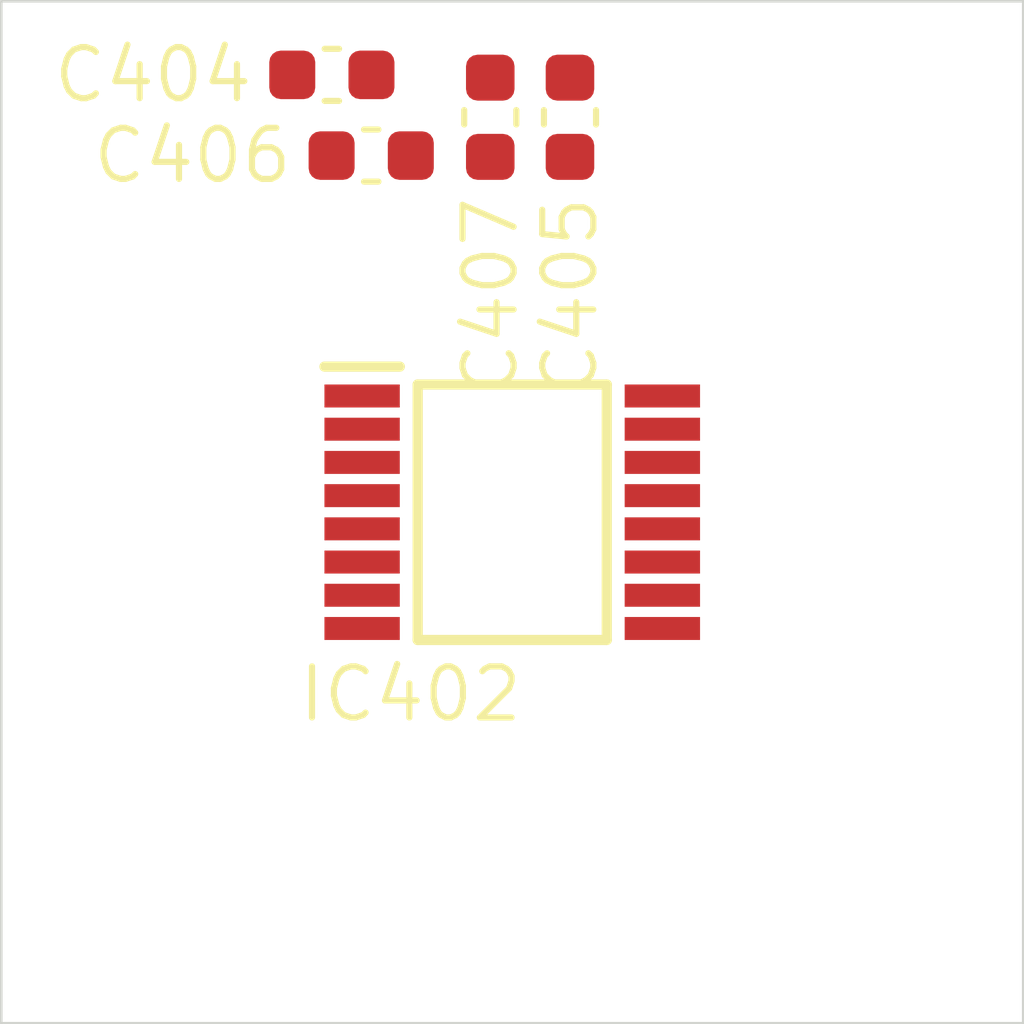
<source format=kicad_pcb>
(kicad_pcb (version 20171130) (host pcbnew 5.1.12-84ad8e8a86~92~ubuntu18.04.1)

  (general
    (thickness 1.6)
    (drawings 4)
    (tracks 0)
    (zones 0)
    (modules 5)
    (nets 17)
  )

  (page A4)
  (title_block
    (title "dual thermocouple datalogger")
    (date 2021-01-15)
    (rev v1.1a)
    (comment 3 "License: Proprietry")
    (comment 4 "Luke Vassallo")
  )

  (layers
    (0 F.Cu signal)
    (31 B.Cu signal)
    (32 B.Adhes user)
    (33 F.Adhes user)
    (34 B.Paste user)
    (35 F.Paste user)
    (36 B.SilkS user)
    (37 F.SilkS user)
    (38 B.Mask user)
    (39 F.Mask user)
    (40 Dwgs.User user)
    (41 Cmts.User user)
    (42 Eco1.User user)
    (43 Eco2.User user)
    (44 Edge.Cuts user)
    (45 Margin user)
    (46 B.CrtYd user)
    (47 F.CrtYd user)
    (48 B.Fab user hide)
    (49 F.Fab user hide)
  )

  (setup
    (last_trace_width 0.254)
    (user_trace_width 0.2)
    (user_trace_width 0.3)
    (user_trace_width 0.4)
    (user_trace_width 0.45)
    (user_trace_width 0.5)
    (user_trace_width 0.6)
    (user_trace_width 0.8)
    (user_trace_width 0.9)
    (user_trace_width 1)
    (trace_clearance 0.2)
    (zone_clearance 0)
    (zone_45_only no)
    (trace_min 0.2)
    (via_size 0.8)
    (via_drill 0.4)
    (via_min_size 0.4)
    (via_min_drill 0.3)
    (user_via 0.6 0.3)
    (user_via 6.5 3.5)
    (uvia_size 0.3)
    (uvia_drill 0.1)
    (uvias_allowed no)
    (uvia_min_size 0.2)
    (uvia_min_drill 0.1)
    (edge_width 0.05)
    (segment_width 0.2)
    (pcb_text_width 0.3)
    (pcb_text_size 1.5 1.5)
    (mod_edge_width 0.12)
    (mod_text_size 1 1)
    (mod_text_width 0.15)
    (pad_size 0.4 1.35)
    (pad_drill 0)
    (pad_to_mask_clearance 0)
    (aux_axis_origin 0 0)
    (visible_elements FFFFFF7F)
    (pcbplotparams
      (layerselection 0x010f0_ffffffff)
      (usegerberextensions false)
      (usegerberattributes true)
      (usegerberadvancedattributes true)
      (creategerberjobfile true)
      (excludeedgelayer true)
      (linewidth 0.100000)
      (plotframeref false)
      (viasonmask false)
      (mode 1)
      (useauxorigin false)
      (hpglpennumber 1)
      (hpglpenspeed 20)
      (hpglpendiameter 15.000000)
      (psnegative false)
      (psa4output false)
      (plotreference true)
      (plotvalue true)
      (plotinvisibletext false)
      (padsonsilk false)
      (subtractmaskfromsilk false)
      (outputformat 1)
      (mirror false)
      (drillshape 0)
      (scaleselection 1)
      (outputdirectory "fabrication-outputs/"))
  )

  (net 0 "")
  (net 1 3V3)
  (net 2 GND)
  (net 3 /serial/rs232_rx)
  (net 4 /serial/rs232_tx)
  (net 5 "Net-(C404-Pad2)")
  (net 6 "Net-(C405-Pad2)")
  (net 7 "Net-(C406-Pad1)")
  (net 8 "Net-(C406-Pad2)")
  (net 9 "Net-(C407-Pad2)")
  (net 10 "Net-(C407-Pad1)")
  (net 11 "Net-(IC402-Pad7)")
  (net 12 "Net-(IC402-Pad8)")
  (net 13 "Net-(IC402-Pad9)")
  (net 14 "Net-(IC402-Pad10)")
  (net 15 /processor/mcu_tx1)
  (net 16 /processor/mcu_rx1)

  (net_class Default "This is the default net class."
    (clearance 0.2)
    (trace_width 0.254)
    (via_dia 0.8)
    (via_drill 0.4)
    (uvia_dia 0.3)
    (uvia_drill 0.1)
    (add_net /processor/mcu_rx1)
    (add_net /processor/mcu_tx1)
    (add_net /serial/rs232_rx)
    (add_net /serial/rs232_tx)
    (add_net 3V3)
    (add_net GND)
    (add_net "Net-(C404-Pad2)")
    (add_net "Net-(C405-Pad2)")
    (add_net "Net-(C406-Pad1)")
    (add_net "Net-(C406-Pad2)")
    (add_net "Net-(C407-Pad1)")
    (add_net "Net-(C407-Pad2)")
    (add_net "Net-(IC402-Pad10)")
    (add_net "Net-(IC402-Pad7)")
    (add_net "Net-(IC402-Pad8)")
    (add_net "Net-(IC402-Pad9)")
  )

  (module MAX3232IPWR:SOP65P640X120-16N locked (layer F.Cu) (tedit 5FFF3E5E) (tstamp 60020D32)
    (at 160 70)
    (descr PW0016A)
    (tags "Integrated Circuit")
    (path /5FFF6FE5/5FFFA2F5)
    (attr smd)
    (fp_text reference IC402 (at -1.99 3.56) (layer F.SilkS)
      (effects (font (size 1 1) (thickness 0.12)))
    )
    (fp_text value MAX3232IPWR (at 0 0) (layer F.SilkS) hide
      (effects (font (size 1 1) (thickness 0.12)))
    )
    (fp_line (start -3.675 -2.85) (end -2.2 -2.85) (layer F.SilkS) (width 0.2))
    (fp_line (start -1.85 2.5) (end -1.85 -2.5) (layer F.SilkS) (width 0.2))
    (fp_line (start 1.85 2.5) (end -1.85 2.5) (layer F.SilkS) (width 0.2))
    (fp_line (start 1.85 -2.5) (end 1.85 2.5) (layer F.SilkS) (width 0.2))
    (fp_line (start -1.85 -2.5) (end 1.85 -2.5) (layer F.SilkS) (width 0.2))
    (fp_line (start -2.2 -1.85) (end -1.55 -2.5) (layer Dwgs.User) (width 0.1))
    (fp_line (start -2.2 2.5) (end -2.2 -2.5) (layer Dwgs.User) (width 0.1))
    (fp_line (start 2.2 2.5) (end -2.2 2.5) (layer Dwgs.User) (width 0.1))
    (fp_line (start 2.2 -2.5) (end 2.2 2.5) (layer Dwgs.User) (width 0.1))
    (fp_line (start -2.2 -2.5) (end 2.2 -2.5) (layer Dwgs.User) (width 0.1))
    (fp_line (start -3.925 2.8) (end -3.925 -2.8) (layer Dwgs.User) (width 0.05))
    (fp_line (start 3.925 2.8) (end -3.925 2.8) (layer Dwgs.User) (width 0.05))
    (fp_line (start 3.925 -2.8) (end 3.925 2.8) (layer Dwgs.User) (width 0.05))
    (fp_line (start -3.925 -2.8) (end 3.925 -2.8) (layer Dwgs.User) (width 0.05))
    (pad 1 smd rect (at -2.938 -2.275 90) (size 0.45 1.475) (layers F.Cu F.Paste F.Mask)
      (net 7 "Net-(C406-Pad1)"))
    (pad 2 smd rect (at -2.938 -1.625 90) (size 0.45 1.475) (layers F.Cu F.Paste F.Mask)
      (net 5 "Net-(C404-Pad2)"))
    (pad 3 smd rect (at -2.938 -0.975 90) (size 0.45 1.475) (layers F.Cu F.Paste F.Mask)
      (net 8 "Net-(C406-Pad2)"))
    (pad 4 smd rect (at -2.938 -0.325 90) (size 0.45 1.475) (layers F.Cu F.Paste F.Mask)
      (net 9 "Net-(C407-Pad2)"))
    (pad 5 smd rect (at -2.938 0.325 90) (size 0.45 1.475) (layers F.Cu F.Paste F.Mask)
      (net 10 "Net-(C407-Pad1)"))
    (pad 6 smd rect (at -2.938 0.975 90) (size 0.45 1.475) (layers F.Cu F.Paste F.Mask)
      (net 6 "Net-(C405-Pad2)"))
    (pad 7 smd rect (at -2.938 1.625 90) (size 0.45 1.475) (layers F.Cu F.Paste F.Mask)
      (net 11 "Net-(IC402-Pad7)"))
    (pad 8 smd rect (at -2.938 2.275 90) (size 0.45 1.475) (layers F.Cu F.Paste F.Mask)
      (net 12 "Net-(IC402-Pad8)"))
    (pad 9 smd rect (at 2.938 2.275 90) (size 0.45 1.475) (layers F.Cu F.Paste F.Mask)
      (net 13 "Net-(IC402-Pad9)"))
    (pad 10 smd rect (at 2.938 1.625 90) (size 0.45 1.475) (layers F.Cu F.Paste F.Mask)
      (net 14 "Net-(IC402-Pad10)"))
    (pad 11 smd rect (at 2.938 0.975 90) (size 0.45 1.475) (layers F.Cu F.Paste F.Mask)
      (net 15 /processor/mcu_tx1))
    (pad 12 smd rect (at 2.938 0.325 90) (size 0.45 1.475) (layers F.Cu F.Paste F.Mask)
      (net 16 /processor/mcu_rx1))
    (pad 13 smd rect (at 2.938 -0.325 90) (size 0.45 1.475) (layers F.Cu F.Paste F.Mask)
      (net 3 /serial/rs232_rx))
    (pad 14 smd rect (at 2.938 -0.975 90) (size 0.45 1.475) (layers F.Cu F.Paste F.Mask)
      (net 4 /serial/rs232_tx))
    (pad 15 smd rect (at 2.938 -1.625 90) (size 0.45 1.475) (layers F.Cu F.Paste F.Mask)
      (net 2 GND))
    (pad 16 smd rect (at 2.938 -2.275 90) (size 0.45 1.475) (layers F.Cu F.Paste F.Mask)
      (net 1 3V3))
    (model /home/luke/thermocouple-logger/hw/samacsys/LIB_MAX3232IPWR/MAX3232IPWR/3D/MAX3232IPWR.stp
      (at (xyz 0 0 0))
      (scale (xyz 1 1 1))
      (rotate (xyz 0 0 0))
    )
  )

  (module Capacitor_SMD:C_0603_1608Metric (layer F.Cu) (tedit 5F68FEEE) (tstamp 60020C31)
    (at 156.47 61.44)
    (descr "Capacitor SMD 0603 (1608 Metric), square (rectangular) end terminal, IPC_7351 nominal, (Body size source: IPC-SM-782 page 76, https://www.pcb-3d.com/wordpress/wp-content/uploads/ipc-sm-782a_amendment_1_and_2.pdf), generated with kicad-footprint-generator")
    (tags capacitor)
    (path /5FFF6FE5/6019B1C5)
    (attr smd)
    (fp_text reference C404 (at -3.5 0) (layer F.SilkS)
      (effects (font (size 1 1) (thickness 0.12)))
    )
    (fp_text value 0.1uF (at 0 1.43) (layer F.Fab)
      (effects (font (size 1 1) (thickness 0.15)))
    )
    (fp_line (start -0.8 0.4) (end -0.8 -0.4) (layer F.Fab) (width 0.1))
    (fp_line (start -0.8 -0.4) (end 0.8 -0.4) (layer F.Fab) (width 0.1))
    (fp_line (start 0.8 -0.4) (end 0.8 0.4) (layer F.Fab) (width 0.1))
    (fp_line (start 0.8 0.4) (end -0.8 0.4) (layer F.Fab) (width 0.1))
    (fp_line (start -0.14058 -0.51) (end 0.14058 -0.51) (layer F.SilkS) (width 0.12))
    (fp_line (start -0.14058 0.51) (end 0.14058 0.51) (layer F.SilkS) (width 0.12))
    (fp_line (start -1.48 0.73) (end -1.48 -0.73) (layer F.CrtYd) (width 0.05))
    (fp_line (start -1.48 -0.73) (end 1.48 -0.73) (layer F.CrtYd) (width 0.05))
    (fp_line (start 1.48 -0.73) (end 1.48 0.73) (layer F.CrtYd) (width 0.05))
    (fp_line (start 1.48 0.73) (end -1.48 0.73) (layer F.CrtYd) (width 0.05))
    (fp_text user %R (at 0 0) (layer F.Fab)
      (effects (font (size 0.4 0.4) (thickness 0.06)))
    )
    (pad 1 smd roundrect (at -0.775 0) (size 0.9 0.95) (layers F.Cu F.Paste F.Mask) (roundrect_rratio 0.25)
      (net 2 GND))
    (pad 2 smd roundrect (at 0.775 0) (size 0.9 0.95) (layers F.Cu F.Paste F.Mask) (roundrect_rratio 0.25)
      (net 5 "Net-(C404-Pad2)"))
    (model ${KISYS3DMOD}/Capacitor_SMD.3dshapes/C_0603_1608Metric.wrl
      (at (xyz 0 0 0))
      (scale (xyz 1 1 1))
      (rotate (xyz 0 0 0))
    )
  )

  (module Capacitor_SMD:C_0603_1608Metric (layer F.Cu) (tedit 5F68FEEE) (tstamp 600246A4)
    (at 159.57 62.27 270)
    (descr "Capacitor SMD 0603 (1608 Metric), square (rectangular) end terminal, IPC_7351 nominal, (Body size source: IPC-SM-782 page 76, https://www.pcb-3d.com/wordpress/wp-content/uploads/ipc-sm-782a_amendment_1_and_2.pdf), generated with kicad-footprint-generator")
    (tags capacitor)
    (path /5FFF6FE5/6017AF82)
    (attr smd)
    (fp_text reference C407 (at 3.5 0 90) (layer F.SilkS)
      (effects (font (size 1 1) (thickness 0.12)))
    )
    (fp_text value 0.1uF (at 0 1.43 90) (layer F.Fab)
      (effects (font (size 1 1) (thickness 0.15)))
    )
    (fp_line (start 1.48 0.73) (end -1.48 0.73) (layer F.CrtYd) (width 0.05))
    (fp_line (start 1.48 -0.73) (end 1.48 0.73) (layer F.CrtYd) (width 0.05))
    (fp_line (start -1.48 -0.73) (end 1.48 -0.73) (layer F.CrtYd) (width 0.05))
    (fp_line (start -1.48 0.73) (end -1.48 -0.73) (layer F.CrtYd) (width 0.05))
    (fp_line (start -0.14058 0.51) (end 0.14058 0.51) (layer F.SilkS) (width 0.12))
    (fp_line (start -0.14058 -0.51) (end 0.14058 -0.51) (layer F.SilkS) (width 0.12))
    (fp_line (start 0.8 0.4) (end -0.8 0.4) (layer F.Fab) (width 0.1))
    (fp_line (start 0.8 -0.4) (end 0.8 0.4) (layer F.Fab) (width 0.1))
    (fp_line (start -0.8 -0.4) (end 0.8 -0.4) (layer F.Fab) (width 0.1))
    (fp_line (start -0.8 0.4) (end -0.8 -0.4) (layer F.Fab) (width 0.1))
    (fp_text user %R (at 0 0 90) (layer F.Fab)
      (effects (font (size 0.4 0.4) (thickness 0.06)))
    )
    (pad 2 smd roundrect (at 0.775 0 270) (size 0.9 0.95) (layers F.Cu F.Paste F.Mask) (roundrect_rratio 0.25)
      (net 9 "Net-(C407-Pad2)"))
    (pad 1 smd roundrect (at -0.775 0 270) (size 0.9 0.95) (layers F.Cu F.Paste F.Mask) (roundrect_rratio 0.25)
      (net 10 "Net-(C407-Pad1)"))
    (model ${KISYS3DMOD}/Capacitor_SMD.3dshapes/C_0603_1608Metric.wrl
      (at (xyz 0 0 0))
      (scale (xyz 1 1 1))
      (rotate (xyz 0 0 0))
    )
  )

  (module Capacitor_SMD:C_0603_1608Metric (layer F.Cu) (tedit 5F68FEEE) (tstamp 60024674)
    (at 157.24 63.02)
    (descr "Capacitor SMD 0603 (1608 Metric), square (rectangular) end terminal, IPC_7351 nominal, (Body size source: IPC-SM-782 page 76, https://www.pcb-3d.com/wordpress/wp-content/uploads/ipc-sm-782a_amendment_1_and_2.pdf), generated with kicad-footprint-generator")
    (tags capacitor)
    (path /5FFF6FE5/60175D63)
    (attr smd)
    (fp_text reference C406 (at -3.5 0) (layer F.SilkS)
      (effects (font (size 1 1) (thickness 0.12)))
    )
    (fp_text value 0.1uF (at 0 1.43) (layer F.Fab)
      (effects (font (size 1 1) (thickness 0.15)))
    )
    (fp_line (start -0.8 0.4) (end -0.8 -0.4) (layer F.Fab) (width 0.1))
    (fp_line (start -0.8 -0.4) (end 0.8 -0.4) (layer F.Fab) (width 0.1))
    (fp_line (start 0.8 -0.4) (end 0.8 0.4) (layer F.Fab) (width 0.1))
    (fp_line (start 0.8 0.4) (end -0.8 0.4) (layer F.Fab) (width 0.1))
    (fp_line (start -0.14058 -0.51) (end 0.14058 -0.51) (layer F.SilkS) (width 0.12))
    (fp_line (start -0.14058 0.51) (end 0.14058 0.51) (layer F.SilkS) (width 0.12))
    (fp_line (start -1.48 0.73) (end -1.48 -0.73) (layer F.CrtYd) (width 0.05))
    (fp_line (start -1.48 -0.73) (end 1.48 -0.73) (layer F.CrtYd) (width 0.05))
    (fp_line (start 1.48 -0.73) (end 1.48 0.73) (layer F.CrtYd) (width 0.05))
    (fp_line (start 1.48 0.73) (end -1.48 0.73) (layer F.CrtYd) (width 0.05))
    (fp_text user %R (at 0 0) (layer F.Fab)
      (effects (font (size 0.4 0.4) (thickness 0.06)))
    )
    (pad 1 smd roundrect (at -0.775 0) (size 0.9 0.95) (layers F.Cu F.Paste F.Mask) (roundrect_rratio 0.25)
      (net 7 "Net-(C406-Pad1)"))
    (pad 2 smd roundrect (at 0.775 0) (size 0.9 0.95) (layers F.Cu F.Paste F.Mask) (roundrect_rratio 0.25)
      (net 8 "Net-(C406-Pad2)"))
    (model ${KISYS3DMOD}/Capacitor_SMD.3dshapes/C_0603_1608Metric.wrl
      (at (xyz 0 0 0))
      (scale (xyz 1 1 1))
      (rotate (xyz 0 0 0))
    )
  )

  (module Capacitor_SMD:C_0603_1608Metric (layer F.Cu) (tedit 5F68FEEE) (tstamp 600246D4)
    (at 161.13 62.27 90)
    (descr "Capacitor SMD 0603 (1608 Metric), square (rectangular) end terminal, IPC_7351 nominal, (Body size source: IPC-SM-782 page 76, https://www.pcb-3d.com/wordpress/wp-content/uploads/ipc-sm-782a_amendment_1_and_2.pdf), generated with kicad-footprint-generator")
    (tags capacitor)
    (path /5FFF6FE5/6019E7AF)
    (attr smd)
    (fp_text reference C405 (at -3.5 0 90) (layer F.SilkS)
      (effects (font (size 1 1) (thickness 0.12)))
    )
    (fp_text value 0.1uF (at 0 1.43 90) (layer F.Fab)
      (effects (font (size 1 1) (thickness 0.15)))
    )
    (fp_line (start -0.8 0.4) (end -0.8 -0.4) (layer F.Fab) (width 0.1))
    (fp_line (start -0.8 -0.4) (end 0.8 -0.4) (layer F.Fab) (width 0.1))
    (fp_line (start 0.8 -0.4) (end 0.8 0.4) (layer F.Fab) (width 0.1))
    (fp_line (start 0.8 0.4) (end -0.8 0.4) (layer F.Fab) (width 0.1))
    (fp_line (start -0.14058 -0.51) (end 0.14058 -0.51) (layer F.SilkS) (width 0.12))
    (fp_line (start -0.14058 0.51) (end 0.14058 0.51) (layer F.SilkS) (width 0.12))
    (fp_line (start -1.48 0.73) (end -1.48 -0.73) (layer F.CrtYd) (width 0.05))
    (fp_line (start -1.48 -0.73) (end 1.48 -0.73) (layer F.CrtYd) (width 0.05))
    (fp_line (start 1.48 -0.73) (end 1.48 0.73) (layer F.CrtYd) (width 0.05))
    (fp_line (start 1.48 0.73) (end -1.48 0.73) (layer F.CrtYd) (width 0.05))
    (fp_text user %R (at 0 0 90) (layer F.Fab)
      (effects (font (size 0.4 0.4) (thickness 0.06)))
    )
    (pad 1 smd roundrect (at -0.775 0 90) (size 0.9 0.95) (layers F.Cu F.Paste F.Mask) (roundrect_rratio 0.25)
      (net 2 GND))
    (pad 2 smd roundrect (at 0.775 0 90) (size 0.9 0.95) (layers F.Cu F.Paste F.Mask) (roundrect_rratio 0.25)
      (net 6 "Net-(C405-Pad2)"))
    (model ${KISYS3DMOD}/Capacitor_SMD.3dshapes/C_0603_1608Metric.wrl
      (at (xyz 0 0 0))
      (scale (xyz 1 1 1))
      (rotate (xyz 0 0 0))
    )
  )

  (gr_line (start 150 60) (end 170 60) (layer Edge.Cuts) (width 0.05) (tstamp 60259A4B))
  (gr_line (start 150 60) (end 150 80) (layer Edge.Cuts) (width 0.05))
  (gr_line (start 150 80) (end 170 80) (layer Edge.Cuts) (width 0.05))
  (gr_line (start 170 60) (end 170 80) (layer Edge.Cuts) (width 0.05) (tstamp 60259A48))

)

</source>
